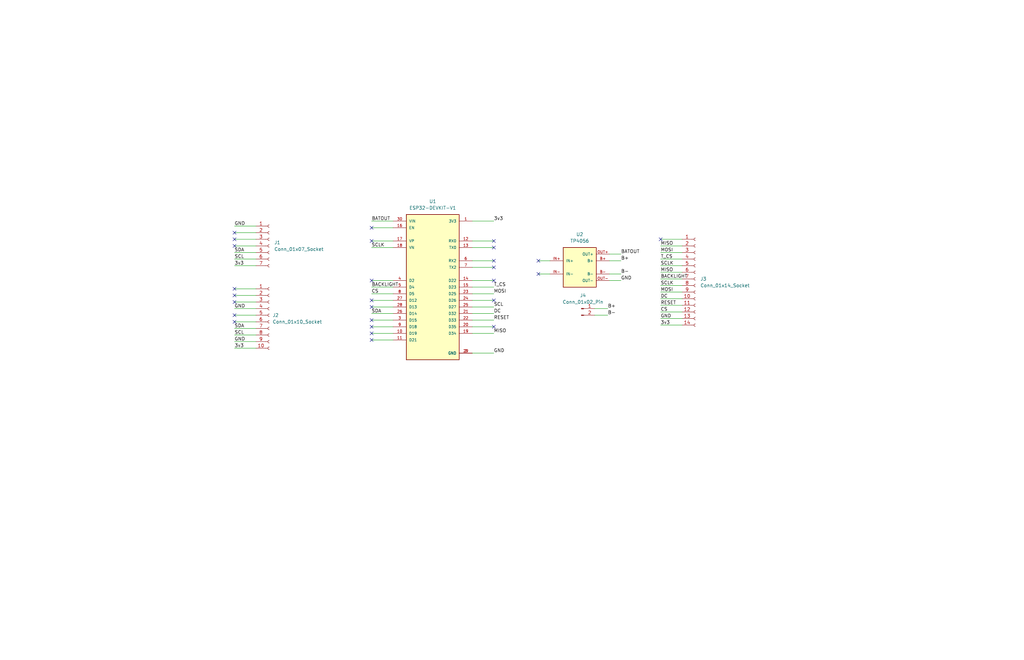
<source format=kicad_sch>
(kicad_sch (version 20231120) (generator "eeschema") (generator_version "8.0")
  (paper "User" 393.7 254)
  (lib_symbols
    (symbol "Connector:Conn_01x02_Pin" (pin_names (offset 1.016) hide)
      (property "Reference" "J" (at 0 2.54 0))
      (property "Value" "Conn_01x02_Pin" (at 0 -5.08 0))
      (symbol "Conn_01x02_Pin_1_1"
        (polyline (pts (xy 1.27 -2.54) (xy 0.8636 -2.54)) (stroke (width 0.1524)))
        (polyline (pts (xy 1.27 0) (xy 0.8636 0)) (stroke (width 0.1524)))
        (rectangle (start 0.8636 -2.413) (end 0 -2.667) (stroke (width 0.1524)) (fill (type outline)))
        (rectangle (start 0.8636 0.127) (end 0 -0.127) (stroke (width 0.1524)) (fill (type outline)))
        (pin passive line (at 5.08 0 180) (length 3.81) (name "Pin_1") (number "1"))
        (pin passive line (at 5.08 -2.54 180) (length 3.81) (name "Pin_2") (number "2"))
      )
    )
    (symbol "Connector:Conn_01x07_Socket" (pin_names (offset 1.016) hide)
      (property "Reference" "J" (at 0 10.16 0))
      (property "Value" "Conn_01x07_Socket" (at 0 -10.16 0))
      (symbol "Conn_01x07_Socket_1_1"
        (arc (start 0 -7.112) (mid -0.5058 -7.62) (end 0 -8.128) (stroke (width 0.1524)))
        (arc (start 0 -4.572) (mid -0.5058 -5.08) (end 0 -5.588) (stroke (width 0.1524)))
        (arc (start 0 -2.032) (mid -0.5058 -2.54) (end 0 -3.048) (stroke (width 0.1524)))
        (polyline (pts (xy -1.27 -7.62) (xy -0.508 -7.62)) (stroke (width 0.1524)))
        (polyline (pts (xy -1.27 -5.08) (xy -0.508 -5.08)) (stroke (width 0.1524)))
        (polyline (pts (xy -1.27 -2.54) (xy -0.508 -2.54)) (stroke (width 0.1524)))
        (polyline (pts (xy -1.27 0) (xy -0.508 0)) (stroke (width 0.1524)))
        (polyline (pts (xy -1.27 2.54) (xy -0.508 2.54)) (stroke (width 0.1524)))
        (polyline (pts (xy -1.27 5.08) (xy -0.508 5.08)) (stroke (width 0.1524)))
        (polyline (pts (xy -1.27 7.62) (xy -0.508 7.62)) (stroke (width 0.1524)))
        (arc (start 0 0.508) (mid -0.5058 0) (end 0 -0.508) (stroke (width 0.1524)))
        (arc (start 0 3.048) (mid -0.5058 2.54) (end 0 2.032) (stroke (width 0.1524)))
        (arc (start 0 5.588) (mid -0.5058 5.08) (end 0 4.572) (stroke (width 0.1524)))
        (arc (start 0 8.128) (mid -0.5058 7.62) (end 0 7.112) (stroke (width 0.1524)))
        (pin passive line (at -5.08 7.62 0) (length 3.81) (name "Pin_1") (number "1"))
        (pin passive line (at -5.08 5.08 0) (length 3.81) (name "Pin_2") (number "2"))
        (pin passive line (at -5.08 2.54 0) (length 3.81) (name "Pin_3") (number "3"))
        (pin passive line (at -5.08 0 0) (length 3.81) (name "Pin_4") (number "4"))
        (pin passive line (at -5.08 -2.54 0) (length 3.81) (name "Pin_5") (number "5"))
        (pin passive line (at -5.08 -5.08 0) (length 3.81) (name "Pin_6") (number "6"))
        (pin passive line (at -5.08 -7.62 0) (length 3.81) (name "Pin_7") (number "7"))
      )
    )
    (symbol "Connector:Conn_01x10_Socket" (pin_names (offset 1.016) hide)
      (property "Reference" "J" (at 0 12.7 0))
      (property "Value" "Conn_01x10_Socket" (at 0 -15.24 0))
      (symbol "Conn_01x10_Socket_1_1"
        (arc (start 0 -12.192) (mid -0.5058 -12.7) (end 0 -13.208) (stroke (width 0.1524)))
        (arc (start 0 -9.652) (mid -0.5058 -10.16) (end 0 -10.668) (stroke (width 0.1524)))
        (arc (start 0 -7.112) (mid -0.5058 -7.62) (end 0 -8.128) (stroke (width 0.1524)))
        (arc (start 0 -4.572) (mid -0.5058 -5.08) (end 0 -5.588) (stroke (width 0.1524)))
        (arc (start 0 -2.032) (mid -0.5058 -2.54) (end 0 -3.048) (stroke (width 0.1524)))
        (polyline (pts (xy -1.27 -12.7) (xy -0.508 -12.7)) (stroke (width 0.1524)))
        (polyline (pts (xy -1.27 -10.16) (xy -0.508 -10.16)) (stroke (width 0.1524)))
        (polyline (pts (xy -1.27 -7.62) (xy -0.508 -7.62)) (stroke (width 0.1524)))
        (polyline (pts (xy -1.27 -5.08) (xy -0.508 -5.08)) (stroke (width 0.1524)))
        (polyline (pts (xy -1.27 -2.54) (xy -0.508 -2.54)) (stroke (width 0.1524)))
        (polyline (pts (xy -1.27 0) (xy -0.508 0)) (stroke (width 0.1524)))
        (polyline (pts (xy -1.27 2.54) (xy -0.508 2.54)) (stroke (width 0.1524)))
        (polyline (pts (xy -1.27 5.08) (xy -0.508 5.08)) (stroke (width 0.1524)))
        (polyline (pts (xy -1.27 7.62) (xy -0.508 7.62)) (stroke (width 0.1524)))
        (polyline (pts (xy -1.27 10.16) (xy -0.508 10.16)) (stroke (width 0.1524)))
        (arc (start 0 0.508) (mid -0.5058 0) (end 0 -0.508) (stroke (width 0.1524)))
        (arc (start 0 3.048) (mid -0.5058 2.54) (end 0 2.032) (stroke (width 0.1524)))
        (arc (start 0 5.588) (mid -0.5058 5.08) (end 0 4.572) (stroke (width 0.1524)))
        (arc (start 0 8.128) (mid -0.5058 7.62) (end 0 7.112) (stroke (width 0.1524)))
        (arc (start 0 10.668) (mid -0.5058 10.16) (end 0 9.652) (stroke (width 0.1524)))
        (pin passive line (at -5.08 10.16 0) (length 3.81) (name "Pin_1") (number "1"))
        (pin passive line (at -5.08 -12.7 0) (length 3.81) (name "Pin_10") (number "10"))
        (pin passive line (at -5.08 7.62 0) (length 3.81) (name "Pin_2") (number "2"))
        (pin passive line (at -5.08 5.08 0) (length 3.81) (name "Pin_3") (number "3"))
        (pin passive line (at -5.08 2.54 0) (length 3.81) (name "Pin_4") (number "4"))
        (pin passive line (at -5.08 0 0) (length 3.81) (name "Pin_5") (number "5"))
        (pin passive line (at -5.08 -2.54 0) (length 3.81) (name "Pin_6") (number "6"))
        (pin passive line (at -5.08 -5.08 0) (length 3.81) (name "Pin_7") (number "7"))
        (pin passive line (at -5.08 -7.62 0) (length 3.81) (name "Pin_8") (number "8"))
        (pin passive line (at -5.08 -10.16 0) (length 3.81) (name "Pin_9") (number "9"))
      )
    )
    (symbol "Connector:Conn_01x14_Socket" (pin_names (offset 1.016) hide)
      (property "Reference" "J" (at 0 17.78 0))
      (property "Value" "Conn_01x14_Socket" (at 0 -20.32 0))
      (symbol "Conn_01x14_Socket_1_1"
        (arc (start 0 -17.272) (mid -0.5058 -17.78) (end 0 -18.288) (stroke (width 0.1524)))
        (arc (start 0 -14.732) (mid -0.5058 -15.24) (end 0 -15.748) (stroke (width 0.1524)))
        (arc (start 0 -12.192) (mid -0.5058 -12.7) (end 0 -13.208) (stroke (width 0.1524)))
        (arc (start 0 -9.652) (mid -0.5058 -10.16) (end 0 -10.668) (stroke (width 0.1524)))
        (arc (start 0 -7.112) (mid -0.5058 -7.62) (end 0 -8.128) (stroke (width 0.1524)))
        (arc (start 0 -4.572) (mid -0.5058 -5.08) (end 0 -5.588) (stroke (width 0.1524)))
        (arc (start 0 -2.032) (mid -0.5058 -2.54) (end 0 -3.048) (stroke (width 0.1524)))
        (polyline (pts (xy -1.27 -17.78) (xy -0.508 -17.78)) (stroke (width 0.1524)))
        (polyline (pts (xy -1.27 -15.24) (xy -0.508 -15.24)) (stroke (width 0.1524)))
        (polyline (pts (xy -1.27 -12.7) (xy -0.508 -12.7)) (stroke (width 0.1524)))
        (polyline (pts (xy -1.27 -10.16) (xy -0.508 -10.16)) (stroke (width 0.1524)))
        (polyline (pts (xy -1.27 -7.62) (xy -0.508 -7.62)) (stroke (width 0.1524)))
        (polyline (pts (xy -1.27 -5.08) (xy -0.508 -5.08)) (stroke (width 0.1524)))
        (polyline (pts (xy -1.27 -2.54) (xy -0.508 -2.54)) (stroke (width 0.1524)))
        (polyline (pts (xy -1.27 0) (xy -0.508 0)) (stroke (width 0.1524)))
        (polyline (pts (xy -1.27 2.54) (xy -0.508 2.54)) (stroke (width 0.1524)))
        (polyline (pts (xy -1.27 5.08) (xy -0.508 5.08)) (stroke (width 0.1524)))
        (polyline (pts (xy -1.27 7.62) (xy -0.508 7.62)) (stroke (width 0.1524)))
        (polyline (pts (xy -1.27 10.16) (xy -0.508 10.16)) (stroke (width 0.1524)))
        (polyline (pts (xy -1.27 12.7) (xy -0.508 12.7)) (stroke (width 0.1524)))
        (polyline (pts (xy -1.27 15.24) (xy -0.508 15.24)) (stroke (width 0.1524)))
        (arc (start 0 0.508) (mid -0.5058 0) (end 0 -0.508) (stroke (width 0.1524)))
        (arc (start 0 3.048) (mid -0.5058 2.54) (end 0 2.032) (stroke (width 0.1524)))
        (arc (start 0 5.588) (mid -0.5058 5.08) (end 0 4.572) (stroke (width 0.1524)))
        (arc (start 0 8.128) (mid -0.5058 7.62) (end 0 7.112) (stroke (width 0.1524)))
        (arc (start 0 10.668) (mid -0.5058 10.16) (end 0 9.652) (stroke (width 0.1524)))
        (arc (start 0 13.208) (mid -0.5058 12.7) (end 0 12.192) (stroke (width 0.1524)))
        (arc (start 0 15.748) (mid -0.5058 15.24) (end 0 14.732) (stroke (width 0.1524)))
        (pin passive line (at -5.08 15.24 0) (length 3.81) (name "Pin_1") (number "1"))
        (pin passive line (at -5.08 -7.62 0) (length 3.81) (name "Pin_10") (number "10"))
        (pin passive line (at -5.08 -10.16 0) (length 3.81) (name "Pin_11") (number "11"))
        (pin passive line (at -5.08 -12.7 0) (length 3.81) (name "Pin_12") (number "12"))
        (pin passive line (at -5.08 -15.24 0) (length 3.81) (name "Pin_13") (number "13"))
        (pin passive line (at -5.08 -17.78 0) (length 3.81) (name "Pin_14") (number "14"))
        (pin passive line (at -5.08 12.7 0) (length 3.81) (name "Pin_2") (number "2"))
        (pin passive line (at -5.08 10.16 0) (length 3.81) (name "Pin_3") (number "3"))
        (pin passive line (at -5.08 7.62 0) (length 3.81) (name "Pin_4") (number "4"))
        (pin passive line (at -5.08 5.08 0) (length 3.81) (name "Pin_5") (number "5"))
        (pin passive line (at -5.08 2.54 0) (length 3.81) (name "Pin_6") (number "6"))
        (pin passive line (at -5.08 0 0) (length 3.81) (name "Pin_7") (number "7"))
        (pin passive line (at -5.08 -2.54 0) (length 3.81) (name "Pin_8") (number "8"))
        (pin passive line (at -5.08 -5.08 0) (length 3.81) (name "Pin_9") (number "9"))
      )
    )
    (symbol "ESP32-DEVKIT-V1:ESP32-DEVKIT-V1" (pin_names (offset 1.016))
      (property "Reference" "U" (at -10.16 30.48 0))
      (property "Value" "ESP32-DEVKIT-V1" (at -10.16 -30.48 0))
      (symbol "ESP32-DEVKIT-V1_0_0"
        (rectangle (start -10.16 -27.94) (end 10.16 27.94) (stroke (width 0.254)) (fill (type background)))
        (pin output line (at 15.24 25.4 180) (length 5.08) (name "3V3") (number "1"))
        (pin bidirectional line (at -15.24 -17.78 0) (length 5.08) (name "D19") (number "10"))
        (pin bidirectional line (at -15.24 -20.32 0) (length 5.08) (name "D21") (number "11"))
        (pin input line (at 15.24 17.78 180) (length 5.08) (name "RX0") (number "12"))
        (pin output line (at 15.24 15.24 180) (length 5.08) (name "TX0") (number "13"))
        (pin bidirectional line (at 15.24 2.54 180) (length 5.08) (name "D22") (number "14"))
        (pin bidirectional line (at 15.24 0 180) (length 5.08) (name "D23") (number "15"))
        (pin input line (at -15.24 22.86 0) (length 5.08) (name "EN") (number "16"))
        (pin bidirectional line (at -15.24 17.78 0) (length 5.08) (name "VP") (number "17"))
        (pin bidirectional line (at -15.24 15.24 0) (length 5.08) (name "VN") (number "18"))
        (pin bidirectional line (at 15.24 -17.78 180) (length 5.08) (name "D34") (number "19"))
        (pin power_in line (at 15.24 -25.4 180) (length 5.08) (name "GND") (number "2"))
        (pin bidirectional line (at 15.24 -15.24 180) (length 5.08) (name "D35") (number "20"))
        (pin bidirectional line (at 15.24 -10.16 180) (length 5.08) (name "D32") (number "21"))
        (pin bidirectional line (at 15.24 -12.7 180) (length 5.08) (name "D33") (number "22"))
        (pin bidirectional line (at 15.24 -2.54 180) (length 5.08) (name "D25") (number "23"))
        (pin bidirectional line (at 15.24 -5.08 180) (length 5.08) (name "D26") (number "24"))
        (pin bidirectional line (at 15.24 -7.62 180) (length 5.08) (name "D27") (number "25"))
        (pin bidirectional line (at -15.24 -10.16 0) (length 5.08) (name "D14") (number "26"))
        (pin bidirectional line (at -15.24 -5.08 0) (length 5.08) (name "D12") (number "27"))
        (pin bidirectional line (at -15.24 -7.62 0) (length 5.08) (name "D13") (number "28"))
        (pin power_in line (at 15.24 -25.4 180) (length 5.08) (name "GND") (number "29"))
        (pin bidirectional line (at -15.24 -12.7 0) (length 5.08) (name "D15") (number "3"))
        (pin input line (at -15.24 25.4 0) (length 5.08) (name "VIN") (number "30"))
        (pin bidirectional line (at -15.24 2.54 0) (length 5.08) (name "D2") (number "4"))
        (pin bidirectional line (at -15.24 0 0) (length 5.08) (name "D4") (number "5"))
        (pin input line (at 15.24 10.16 180) (length 5.08) (name "RX2") (number "6"))
        (pin output line (at 15.24 7.62 180) (length 5.08) (name "TX2") (number "7"))
        (pin bidirectional line (at -15.24 -2.54 0) (length 5.08) (name "D5") (number "8"))
        (pin bidirectional line (at -15.24 -15.24 0) (length 5.08) (name "D18") (number "9"))
      )
    )
    (symbol "TP4056:TP4056" (pin_names (offset 1.016))
      (property "Reference" "U" (at 0 0 0))
      (property "Value" "TP4056" (at 0 0 0))
      (symbol "TP4056_0_0"
        (rectangle (start -5.08 -7.62) (end 7.62 7.62) (stroke (width 0.254)) (fill (type background)))
        (pin bidirectional line (at 12.7 2.54 180) (length 5.08) (name "B+") (number "B+"))
        (pin bidirectional line (at 12.7 -2.54 180) (length 5.08) (name "B-") (number "B-"))
        (pin bidirectional line (at -10.16 2.54 0) (length 5.08) (name "IN+") (number "IN+"))
        (pin bidirectional line (at -10.16 -2.54 0) (length 5.08) (name "IN-") (number "IN-"))
        (pin bidirectional line (at 12.7 5.08 180) (length 5.08) (name "OUT+") (number "OUT+"))
        (pin bidirectional line (at 12.7 -5.08 180) (length 5.08) (name "OUT-") (number "OUT-"))
      )
    )
  )
  (no_connect (at 142.875 115.57))
  (no_connect (at 142.875 125.73))
  (no_connect (at 90.17 123.825))
  (no_connect (at 142.875 128.27))
  (no_connect (at 142.875 123.19))
  (no_connect (at 142.875 87.63))
  (no_connect (at 207.01 105.41))
  (no_connect (at 189.865 125.73))
  (no_connect (at 90.17 94.615))
  (no_connect (at 189.865 102.87))
  (no_connect (at 90.17 89.535))
  (no_connect (at 207.01 100.33))
  (no_connect (at 90.17 113.665))
  (no_connect (at 142.875 118.11))
  (no_connect (at 142.875 107.95))
  (no_connect (at 90.17 121.285))
  (no_connect (at 142.875 130.81))
  (no_connect (at 254 92.075))
  (no_connect (at 189.865 107.95))
  (no_connect (at 90.17 111.125))
  (no_connect (at 189.865 92.71))
  (no_connect (at 189.865 100.33))
  (no_connect (at 142.875 92.71))
  (no_connect (at 189.865 95.25))
  (no_connect (at 189.865 115.57))
  (no_connect (at 90.17 116.205))
  (no_connect (at 90.17 92.075))
  (wire (pts (xy 181.61 100.33) (xy 189.865 100.33)))
  (wire (pts (xy 181.61 107.95) (xy 189.865 107.95)))
  (wire (pts (xy 181.61 135.89) (xy 189.865 135.89)))
  (wire (pts (xy 90.17 102.235) (xy 98.425 102.235)))
  (wire (pts (xy 228.6 121.285) (xy 233.68 121.285)))
  (wire (pts (xy 181.61 115.57) (xy 189.865 115.57)))
  (wire (pts (xy 90.17 94.615) (xy 98.425 94.615)))
  (wire (pts (xy 228.6 118.745) (xy 233.68 118.745)))
  (wire (pts (xy 90.17 92.075) (xy 98.425 92.075)))
  (wire (pts (xy 254 122.555) (xy 262.255 122.555)))
  (wire (pts (xy 142.875 130.81) (xy 151.13 130.81)))
  (wire (pts (xy 181.61 113.03) (xy 189.865 113.03)))
  (wire (pts (xy 142.875 85.09) (xy 151.13 85.09)))
  (wire (pts (xy 90.17 116.205) (xy 98.425 116.205)))
  (wire (pts (xy 181.61 85.09) (xy 189.865 85.09)))
  (wire (pts (xy 254 117.475) (xy 262.255 117.475)))
  (wire (pts (xy 181.61 102.87) (xy 189.865 102.87)))
  (wire (pts (xy 181.61 118.11) (xy 189.865 118.11)))
  (wire (pts (xy 90.17 126.365) (xy 98.425 126.365)))
  (wire (pts (xy 234.315 100.33) (xy 238.76 100.33)))
  (wire (pts (xy 254 109.855) (xy 262.255 109.855)))
  (wire (pts (xy 254 94.615) (xy 262.255 94.615)))
  (wire (pts (xy 181.61 120.65) (xy 189.865 120.65)))
  (wire (pts (xy 207.01 105.41) (xy 211.455 105.41)))
  (wire (pts (xy 234.315 105.41) (xy 238.76 105.41)))
  (wire (pts (xy 90.17 118.745) (xy 98.425 118.745)))
  (wire (pts (xy 90.17 123.825) (xy 98.425 123.825)))
  (wire (pts (xy 90.17 89.535) (xy 98.425 89.535)))
  (wire (pts (xy 234.315 107.95) (xy 238.76 107.95)))
  (wire (pts (xy 254 102.235) (xy 262.255 102.235)))
  (wire (pts (xy 142.875 110.49) (xy 151.13 110.49)))
  (wire (pts (xy 142.875 128.27) (xy 151.13 128.27)))
  (wire (pts (xy 254 97.155) (xy 262.255 97.155)))
  (wire (pts (xy 181.61 125.73) (xy 189.865 125.73)))
  (wire (pts (xy 90.17 113.665) (xy 98.425 113.665)))
  (wire (pts (xy 181.61 110.49) (xy 189.865 110.49)))
  (wire (pts (xy 234.315 97.79) (xy 238.76 97.79)))
  (wire (pts (xy 254 114.935) (xy 262.255 114.935)))
  (wire (pts (xy 254 104.775) (xy 262.255 104.775)))
  (wire (pts (xy 142.875 95.25) (xy 151.13 95.25)))
  (wire (pts (xy 207.01 100.33) (xy 211.455 100.33)))
  (wire (pts (xy 254 92.075) (xy 262.255 92.075)))
  (wire (pts (xy 181.61 123.19) (xy 189.865 123.19)))
  (wire (pts (xy 254 120.015) (xy 262.255 120.015)))
  (wire (pts (xy 254 125.095) (xy 262.255 125.095)))
  (wire (pts (xy 142.875 113.03) (xy 151.13 113.03)))
  (wire (pts (xy 90.17 131.445) (xy 98.425 131.445)))
  (wire (pts (xy 90.17 128.905) (xy 98.425 128.905)))
  (wire (pts (xy 142.875 107.95) (xy 151.13 107.95)))
  (wire (pts (xy 90.17 111.125) (xy 98.425 111.125)))
  (wire (pts (xy 142.875 120.65) (xy 151.13 120.65)))
  (wire (pts (xy 90.17 121.285) (xy 98.425 121.285)))
  (wire (pts (xy 142.875 118.11) (xy 151.13 118.11)))
  (wire (pts (xy 90.17 99.695) (xy 98.425 99.695)))
  (wire (pts (xy 90.17 133.985) (xy 98.425 133.985)))
  (wire (pts (xy 142.875 92.71) (xy 151.13 92.71)))
  (wire (pts (xy 254 112.395) (xy 262.255 112.395)))
  (wire (pts (xy 142.875 125.73) (xy 151.13 125.73)))
  (wire (pts (xy 90.17 86.995) (xy 98.425 86.995)))
  (wire (pts (xy 142.875 115.57) (xy 151.13 115.57)))
  (wire (pts (xy 254 107.315) (xy 262.255 107.315)))
  (wire (pts (xy 181.61 92.71) (xy 189.865 92.71)))
  (wire (pts (xy 142.875 87.63) (xy 151.13 87.63)))
  (wire (pts (xy 181.61 95.25) (xy 189.865 95.25)))
  (wire (pts (xy 254 99.695) (xy 262.255 99.695)))
  (wire (pts (xy 142.875 123.19) (xy 151.13 123.19)))
  (wire (pts (xy 90.17 97.155) (xy 98.425 97.155)))
  (wire (pts (xy 181.61 128.27) (xy 189.865 128.27)))
  (label "SCL" (at 90.17 99.695 0))
  (label "DC" (at 254 114.935 0))
  (label "BACKLIGHT" (at 142.875 110.49 0))
  (label "SCL" (at 90.17 128.905 0))
  (label "GND" (at 90.17 86.995 0))
  (label "SCLK" (at 142.875 95.25 0))
  (label "GND" (at 90.17 131.445 0))
  (label "MOSI" (at 254 112.395 0))
  (label "B+" (at 233.68 118.745 0))
  (label "B-" (at 233.68 121.285 0))
  (label "SDA" (at 90.17 97.155 0))
  (label "BATOUT" (at 142.875 85.09 0))
  (label "RESET" (at 254 117.475 0))
  (label "MISO" (at 189.865 128.27 0))
  (label "B-" (at 238.76 105.41 0))
  (label "RESET" (at 189.865 123.19 0))
  (label "3v3" (at 90.17 102.235 0))
  (label "3v3" (at 254 125.095 0))
  (label "CS" (at 254 120.015 0))
  (label "T_CS" (at 189.865 110.49 0))
  (label "DC" (at 189.865 120.65 0))
  (label "SDA" (at 90.17 126.365 0))
  (label "SCLK" (at 254 102.235 0))
  (label "GND" (at 238.76 107.95 0))
  (label "MISO" (at 254 94.615 0))
  (label "BACKLIGHT" (at 254 107.315 0))
  (label "3v3" (at 90.17 133.985 0))
  (label "SDA" (at 142.875 120.65 0))
  (label "T_CS" (at 254 99.695 0))
  (label "B+" (at 238.76 100.33 0))
  (label "3v3" (at 189.865 85.09 0))
  (label "SCL" (at 189.865 118.11 0))
  (label "MISO" (at 254 104.775 0))
  (label "GND" (at 189.865 135.89 0))
  (label "SCLK" (at 254 109.855 0))
  (label "GND" (at 254 122.555 0))
  (label "MOSI" (at 189.865 113.03 0))
  (label "CS" (at 142.875 113.03 0))
  (label "BATOUT" (at 238.76 97.79 0))
  (label "GND" (at 90.17 118.745 0))
  (label "MOSI" (at 254 97.155 0))
  (symbol (lib_id "TP4056:TP4056") (at 221.615 102.87 0) (unit 1)
    (property "Reference" "U2" (at 222.885 90.17 0))
    (property "Value" "TP4056" (at 222.885 92.71 0))
    (property "Footprint" "TP4056:TP4056" (effects (hide yes)))
    (property "MF" "Texas Instruments" (effects (hide yes)))
    (property "Description_1" "\n                        \n                            Charger Li-Ion Article 1A protection, module with IO TP4056 (micro USB)\n                        \n" (effects (hide yes)))
    (property "Package" "None" (effects (hide yes)))
    (property "Price" "None" (effects (hide yes)))
    (property "SnapEDA_Link" "https://www.snapeda.com/parts/TP4056/Texas+Instruments/view-part/?ref=snap" (effects (hide yes)))
    (property "MP" "TP4056" (effects (hide yes)))
    (property "Availability" "Not in stock" (effects (hide yes)))
    (property "Check_prices" "https://www.snapeda.com/parts/TP4056/Texas+Instruments/view-part/?ref=eda" (effects (hide yes)))
  )
  (symbol (lib_id "Connector:Conn_01x14_Socket") (at 267.335 107.315 0) (unit 1)
    (property "Reference" "J3" (at 269.24 107.3149 0) (effects (justify left)))
    (property "Value" "Conn_01x14_Socket" (at 269.24 109.8549 0) (effects (justify left)))
    (property "Footprint" "Connector_PinSocket_2.54mm:PinSocket_1x14_P2.54mm_Vertical" (effects (hide yes)))
    (property "Description" "Generic connector, single row, 01x14, script generated" (effects (hide yes)))
  )
  (symbol (lib_id "Connector:Conn_01x10_Socket") (at 103.505 121.285 0) (unit 1)
    (property "Reference" "J2" (at 104.775 121.2849 0) (effects (justify left)))
    (property "Value" "Conn_01x10_Socket" (at 104.775 123.8249 0) (effects (justify left)))
    (property "Footprint" "Connector_PinSocket_2.54mm:PinSocket_1x10_P2.54mm_Vertical" (effects (hide yes)))
    (property "Description" "Generic connector, single row, 01x10, script generated" (effects (hide yes)))
  )
  (symbol (lib_id "Connector:Conn_01x02_Pin") (at 223.52 118.745 0) (unit 1)
    (property "Reference" "J4" (at 224.155 113.665 0))
    (property "Value" "Conn_01x02_Pin" (at 224.155 116.205 0))
    (property "Footprint" "Connector_JST:JST_PH_S2B-PH-K_1x02_P2.00mm_Horizontal" (effects (hide yes)))
    (property "Description" "Generic connector, single row, 01x02, script generated" (effects (hide yes)))
  )
  (symbol (lib_id "ESP32-DEVKIT-V1:ESP32-DEVKIT-V1") (at 166.37 110.49 0) (unit 1)
    (property "Reference" "U1" (at 166.37 77.47 0))
    (property "Value" "ESP32-DEVKIT-V1" (at 166.37 80.01 0))
    (property "Footprint" "ESP32-DEVKIT-V1:MODULE_ESP32_DEVKIT_V1" (effects (hide yes)))
    (property "MF" "Do it" (effects (hide yes)))
    (property "MAXIMUM_PACKAGE_HEIGHT" "6.8 mm" (effects (hide yes)))
    (property "Package" "None" (effects (hide yes)))
    (property "Price" "None" (effects (hide yes)))
    (property "Check_prices" "https://www.snapeda.com/parts/ESP32-DEVKIT-V1/Do+it/view-part/?ref=eda" (effects (hide yes)))
    (property "STANDARD" "Manufacturer Recommendations" (effects (hide yes)))
    (property "PARTREV" "N/A" (effects (hide yes)))
    (property "SnapEDA_Link" "https://www.snapeda.com/parts/ESP32-DEVKIT-V1/Do+it/view-part/?ref=snap" (effects (hide yes)))
    (property "MP" "ESP32-DEVKIT-V1" (effects (hide yes)))
    (property "Description_1" "\n                        \n                            Dual core, Wi-Fi: 2.4 GHz up to 150 Mbits/s,BLE (Bluetooth Low Energy) and legacy Bluetooth, 32 bits, Up to 240 MHz\n                        \n" (effects (hide yes)))
    (property "Availability" "Not in stock" (effects (hide yes)))
    (property "MANUFACTURER" "DOIT" (effects (hide yes)))
  )
  (symbol (lib_id "Connector:Conn_01x07_Socket") (at 103.505 94.615 0) (unit 1)
    (property "Reference" "J1" (at 105.41 93.3449 0) (effects (justify left)))
    (property "Value" "Conn_01x07_Socket" (at 105.41 95.8849 0) (effects (justify left)))
    (property "Footprint" "Connector_PinSocket_2.54mm:PinSocket_1x07_P2.54mm_Vertical" (effects (hide yes)))
    (property "Description" "Generic connector, single row, 01x07, script generated" (effects (hide yes)))
  )
)
</source>
